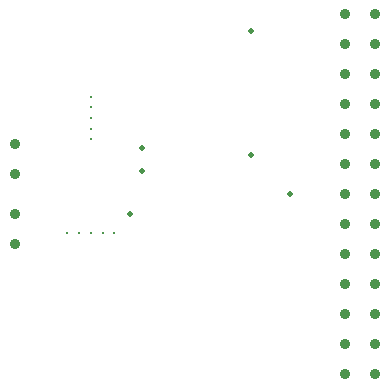
<source format=gbr>
%TF.GenerationSoftware,Altium Limited,Altium Designer,21.2.2 (38)*%
G04 Layer_Color=0*
%FSLAX45Y45*%
%MOMM*%
%TF.SameCoordinates,DC8D9031-FEEE-4EB9-A140-7D2FD38E5C7C*%
%TF.FilePolarity,Positive*%
%TF.FileFunction,Plated,1,2,PTH,Drill*%
%TF.Part,Single*%
G01*
G75*
%TA.AperFunction,ComponentDrill*%
%ADD33C,0.90000*%
%TA.AperFunction,ViaDrill,NotFilled*%
%ADD34C,0.50000*%
%ADD35C,0.30000*%
D33*
X230000Y1554000D02*
D03*
Y1300000D02*
D03*
Y1900000D02*
D03*
Y2154000D02*
D03*
X3031000Y3247000D02*
D03*
X3285000D02*
D03*
X3031000Y2993000D02*
D03*
X3285000D02*
D03*
X3031000Y2739000D02*
D03*
X3285000D02*
D03*
X3031000Y2485000D02*
D03*
X3285000D02*
D03*
X3031000Y2231000D02*
D03*
X3285000D02*
D03*
X3031000Y1977000D02*
D03*
X3285000D02*
D03*
X3031000Y1723000D02*
D03*
X3285000D02*
D03*
X3031000Y1469000D02*
D03*
X3285000D02*
D03*
X3031000Y1215000D02*
D03*
X3285000D02*
D03*
X3031000Y961000D02*
D03*
X3285000D02*
D03*
X3031000Y707000D02*
D03*
X3285000D02*
D03*
X3031000Y453000D02*
D03*
X3285000D02*
D03*
X3031000Y199000D02*
D03*
X3285000D02*
D03*
D34*
X2230000Y3110000D02*
D03*
X1310000Y2120000D02*
D03*
Y1920000D02*
D03*
X2560000Y1730000D02*
D03*
X2230000Y2060000D02*
D03*
X1210000Y1560000D02*
D03*
D35*
X880000Y2190000D02*
D03*
Y2280000D02*
D03*
Y2370000D02*
D03*
Y2460000D02*
D03*
Y2550000D02*
D03*
X675000Y1400000D02*
D03*
X775000D02*
D03*
X875000D02*
D03*
X975000D02*
D03*
X1075000D02*
D03*
%TF.MD5,fd84b4859aaa1b7cfd856e6006d1f6c8*%
M02*

</source>
